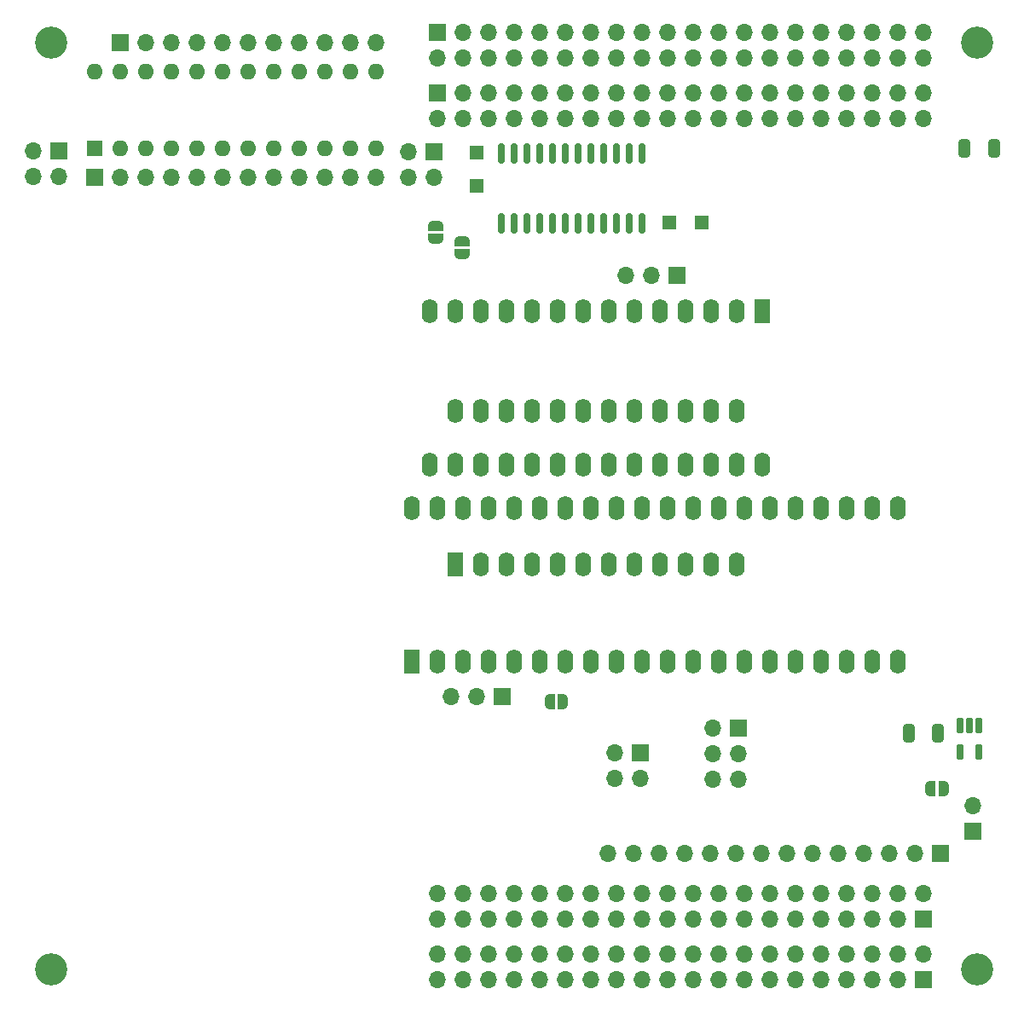
<source format=gbr>
%TF.GenerationSoftware,KiCad,Pcbnew,8.0.5-8.0.5-0~ubuntu22.04.1*%
%TF.CreationDate,2024-10-04T08:27:40+02:00*%
%TF.ProjectId,MOT_SerialBoard,4d4f545f-5365-4726-9961-6c426f617264,rev?*%
%TF.SameCoordinates,Original*%
%TF.FileFunction,Soldermask,Top*%
%TF.FilePolarity,Negative*%
%FSLAX46Y46*%
G04 Gerber Fmt 4.6, Leading zero omitted, Abs format (unit mm)*
G04 Created by KiCad (PCBNEW 8.0.5-8.0.5-0~ubuntu22.04.1) date 2024-10-04 08:27:40*
%MOMM*%
%LPD*%
G01*
G04 APERTURE LIST*
G04 Aperture macros list*
%AMRoundRect*
0 Rectangle with rounded corners*
0 $1 Rounding radius*
0 $2 $3 $4 $5 $6 $7 $8 $9 X,Y pos of 4 corners*
0 Add a 4 corners polygon primitive as box body*
4,1,4,$2,$3,$4,$5,$6,$7,$8,$9,$2,$3,0*
0 Add four circle primitives for the rounded corners*
1,1,$1+$1,$2,$3*
1,1,$1+$1,$4,$5*
1,1,$1+$1,$6,$7*
1,1,$1+$1,$8,$9*
0 Add four rect primitives between the rounded corners*
20,1,$1+$1,$2,$3,$4,$5,0*
20,1,$1+$1,$4,$5,$6,$7,0*
20,1,$1+$1,$6,$7,$8,$9,0*
20,1,$1+$1,$8,$9,$2,$3,0*%
%AMFreePoly0*
4,1,19,0.500000,-0.750000,0.000000,-0.750000,0.000000,-0.744911,-0.071157,-0.744911,-0.207708,-0.704816,-0.327430,-0.627875,-0.420627,-0.520320,-0.479746,-0.390866,-0.500000,-0.250000,-0.500000,0.250000,-0.479746,0.390866,-0.420627,0.520320,-0.327430,0.627875,-0.207708,0.704816,-0.071157,0.744911,0.000000,0.744911,0.000000,0.750000,0.500000,0.750000,0.500000,-0.750000,0.500000,-0.750000,
$1*%
%AMFreePoly1*
4,1,19,0.000000,0.744911,0.071157,0.744911,0.207708,0.704816,0.327430,0.627875,0.420627,0.520320,0.479746,0.390866,0.500000,0.250000,0.500000,-0.250000,0.479746,-0.390866,0.420627,-0.520320,0.327430,-0.627875,0.207708,-0.704816,0.071157,-0.744911,0.000000,-0.744911,0.000000,-0.750000,-0.500000,-0.750000,-0.500000,0.750000,0.000000,0.750000,0.000000,0.744911,0.000000,0.744911,
$1*%
G04 Aperture macros list end*
%ADD10R,1.700000X1.700000*%
%ADD11O,1.700000X1.700000*%
%ADD12R,1.600000X2.400000*%
%ADD13O,1.600000X2.400000*%
%ADD14RoundRect,0.250000X-0.325000X-0.650000X0.325000X-0.650000X0.325000X0.650000X-0.325000X0.650000X0*%
%ADD15RoundRect,0.162500X-0.162500X0.617500X-0.162500X-0.617500X0.162500X-0.617500X0.162500X0.617500X0*%
%ADD16FreePoly0,270.000000*%
%ADD17FreePoly1,270.000000*%
%ADD18R,1.350000X1.350000*%
%ADD19FreePoly0,180.000000*%
%ADD20FreePoly1,180.000000*%
%ADD21FreePoly0,0.000000*%
%ADD22FreePoly1,0.000000*%
%ADD23C,3.200000*%
%ADD24R,1.600000X1.600000*%
%ADD25O,1.600000X1.600000*%
%ADD26RoundRect,0.150000X0.150000X-0.837500X0.150000X0.837500X-0.150000X0.837500X-0.150000X-0.837500X0*%
%ADD27RoundRect,0.250000X0.325000X0.650000X-0.325000X0.650000X-0.325000X-0.650000X0.325000X-0.650000X0*%
G04 APERTURE END LIST*
D10*
%TO.C,J27*%
X112531000Y-124479000D03*
D11*
X109991000Y-124479000D03*
X112531000Y-127019000D03*
X109991000Y-127019000D03*
%TD*%
D10*
%TO.C,J30*%
X54750000Y-64760000D03*
D11*
X52210000Y-64760000D03*
X54750000Y-67300000D03*
X52210000Y-67300000D03*
%TD*%
D10*
%TO.C,J36*%
X60850000Y-53950000D03*
D11*
X63390000Y-53950000D03*
X65930000Y-53950000D03*
X68470000Y-53950000D03*
X71010000Y-53950000D03*
X73550000Y-53950000D03*
X76090000Y-53950000D03*
X78630000Y-53950000D03*
X81170000Y-53950000D03*
X83710000Y-53950000D03*
X86250000Y-53950000D03*
%TD*%
D10*
%TO.C,J1*%
X92367000Y-53000000D03*
D11*
X92367000Y-55540000D03*
X94907000Y-53000000D03*
X94907000Y-55540000D03*
X97447000Y-53000000D03*
X97447000Y-55540000D03*
X99987000Y-53000000D03*
X99987000Y-55540000D03*
X102527000Y-53000000D03*
X102527000Y-55540000D03*
X105067000Y-53000000D03*
X105067000Y-55540000D03*
X107607000Y-53000000D03*
X107607000Y-55540000D03*
X110147000Y-53000000D03*
X110147000Y-55540000D03*
X112687000Y-53000000D03*
X112687000Y-55540000D03*
X115227000Y-53000000D03*
X115227000Y-55540000D03*
X117767000Y-53000000D03*
X117767000Y-55540000D03*
X120307000Y-53000000D03*
X120307000Y-55540000D03*
X122847000Y-53000000D03*
X122847000Y-55540000D03*
X125387000Y-53000000D03*
X125387000Y-55540000D03*
X127927000Y-53000000D03*
X127927000Y-55540000D03*
X130467000Y-53000000D03*
X130467000Y-55540000D03*
X133007000Y-53000000D03*
X133007000Y-55540000D03*
X135547000Y-53000000D03*
X135547000Y-55540000D03*
X138087000Y-53000000D03*
X138087000Y-55540000D03*
X140627000Y-53000000D03*
X140627000Y-55540000D03*
%TD*%
D12*
%TO.C,U1*%
X124648000Y-80674800D03*
D13*
X122108000Y-80674800D03*
X119568000Y-80674800D03*
X117028000Y-80674800D03*
X114488000Y-80674800D03*
X111948000Y-80674800D03*
X109408000Y-80674800D03*
X106868000Y-80674800D03*
X104328000Y-80674800D03*
X101788000Y-80674800D03*
X99248000Y-80674800D03*
X96708000Y-80674800D03*
X94168000Y-80674800D03*
X91628000Y-80674800D03*
X91628000Y-95914800D03*
X94168000Y-95914800D03*
X96708000Y-95914800D03*
X99248000Y-95914800D03*
X101788000Y-95914800D03*
X104328000Y-95914800D03*
X106868000Y-95914800D03*
X109408000Y-95914800D03*
X111948000Y-95914800D03*
X114488000Y-95914800D03*
X117028000Y-95914800D03*
X119568000Y-95914800D03*
X122108000Y-95914800D03*
X124648000Y-95914800D03*
%TD*%
D14*
%TO.C,C3*%
X144725000Y-64500000D03*
X147675000Y-64500000D03*
%TD*%
D15*
%TO.C,U5*%
X146172000Y-121760000D03*
X145222000Y-121760000D03*
X144272000Y-121760000D03*
X144272000Y-124460000D03*
X146172000Y-124460000D03*
%TD*%
D16*
%TO.C,JP8*%
X94800000Y-73675000D03*
D17*
X94800000Y-74975000D03*
%TD*%
D10*
%TO.C,J4*%
X140627000Y-141000000D03*
D11*
X140627000Y-138460000D03*
X138087000Y-141000000D03*
X138087000Y-138460000D03*
X135547000Y-141000000D03*
X135547000Y-138460000D03*
X133007000Y-141000000D03*
X133007000Y-138460000D03*
X130467000Y-141000000D03*
X130467000Y-138460000D03*
X127927000Y-141000000D03*
X127927000Y-138460000D03*
X125387000Y-141000000D03*
X125387000Y-138460000D03*
X122847000Y-141000000D03*
X122847000Y-138460000D03*
X120307000Y-141000000D03*
X120307000Y-138460000D03*
X117767000Y-141000000D03*
X117767000Y-138460000D03*
X115227000Y-141000000D03*
X115227000Y-138460000D03*
X112687000Y-141000000D03*
X112687000Y-138460000D03*
X110147000Y-141000000D03*
X110147000Y-138460000D03*
X107607000Y-141000000D03*
X107607000Y-138460000D03*
X105067000Y-141000000D03*
X105067000Y-138460000D03*
X102527000Y-141000000D03*
X102527000Y-138460000D03*
X99987000Y-141000000D03*
X99987000Y-138460000D03*
X97447000Y-141000000D03*
X97447000Y-138460000D03*
X94907000Y-141000000D03*
X94907000Y-138460000D03*
X92367000Y-141000000D03*
X92367000Y-138460000D03*
%TD*%
D10*
%TO.C,J31*%
X92040000Y-64850000D03*
D11*
X89500000Y-64850000D03*
X92040000Y-67390000D03*
X89500000Y-67390000D03*
%TD*%
D10*
%TO.C,JP3*%
X98775000Y-118875000D03*
D11*
X96235000Y-118875000D03*
X93695000Y-118875000D03*
%TD*%
D10*
%TO.C,J29*%
X58360000Y-67325000D03*
D11*
X60900000Y-67325000D03*
X63440000Y-67325000D03*
X65980000Y-67325000D03*
X68520000Y-67325000D03*
X71060000Y-67325000D03*
X73600000Y-67325000D03*
X76140000Y-67325000D03*
X78680000Y-67325000D03*
X81220000Y-67325000D03*
X83760000Y-67325000D03*
X86300000Y-67325000D03*
%TD*%
D18*
%TO.C,J10*%
X96300000Y-68200000D03*
%TD*%
D10*
%TO.C,J6*%
X122250000Y-122020000D03*
D11*
X119710000Y-122020000D03*
X122250000Y-124560000D03*
X119710000Y-124560000D03*
X122250000Y-127100000D03*
X119710000Y-127100000D03*
%TD*%
D19*
%TO.C,JP4*%
X142625000Y-128050000D03*
D20*
X141325000Y-128050000D03*
%TD*%
D18*
%TO.C,J5*%
X96225000Y-64925000D03*
%TD*%
D10*
%TO.C,J26*%
X145517000Y-132314000D03*
D11*
X145517000Y-129774000D03*
%TD*%
D10*
%TO.C,J2*%
X140627000Y-147000000D03*
D11*
X140627000Y-144460000D03*
X138087000Y-147000000D03*
X138087000Y-144460000D03*
X135547000Y-147000000D03*
X135547000Y-144460000D03*
X133007000Y-147000000D03*
X133007000Y-144460000D03*
X130467000Y-147000000D03*
X130467000Y-144460000D03*
X127927000Y-147000000D03*
X127927000Y-144460000D03*
X125387000Y-147000000D03*
X125387000Y-144460000D03*
X122847000Y-147000000D03*
X122847000Y-144460000D03*
X120307000Y-147000000D03*
X120307000Y-144460000D03*
X117767000Y-147000000D03*
X117767000Y-144460000D03*
X115227000Y-147000000D03*
X115227000Y-144460000D03*
X112687000Y-147000000D03*
X112687000Y-144460000D03*
X110147000Y-147000000D03*
X110147000Y-144460000D03*
X107607000Y-147000000D03*
X107607000Y-144460000D03*
X105067000Y-147000000D03*
X105067000Y-144460000D03*
X102527000Y-147000000D03*
X102527000Y-144460000D03*
X99987000Y-147000000D03*
X99987000Y-144460000D03*
X97447000Y-147000000D03*
X97447000Y-144460000D03*
X94907000Y-147000000D03*
X94907000Y-144460000D03*
X92367000Y-147000000D03*
X92367000Y-144460000D03*
%TD*%
D21*
%TO.C,JP2*%
X103550000Y-119425000D03*
D22*
X104850000Y-119425000D03*
%TD*%
D12*
%TO.C,U3*%
X89855000Y-115477800D03*
D13*
X92395000Y-115477800D03*
X94935000Y-115477800D03*
X97475000Y-115477800D03*
X100015000Y-115477800D03*
X102555000Y-115477800D03*
X105095000Y-115477800D03*
X107635000Y-115477800D03*
X110175000Y-115477800D03*
X112715000Y-115477800D03*
X115255000Y-115477800D03*
X117795000Y-115477800D03*
X120335000Y-115477800D03*
X122875000Y-115477800D03*
X125415000Y-115477800D03*
X127955000Y-115477800D03*
X130495000Y-115477800D03*
X133035000Y-115477800D03*
X135575000Y-115477800D03*
X138115000Y-115477800D03*
X138115000Y-100237800D03*
X135575000Y-100237800D03*
X133035000Y-100237800D03*
X130495000Y-100237800D03*
X127955000Y-100237800D03*
X125415000Y-100237800D03*
X122875000Y-100237800D03*
X120335000Y-100237800D03*
X117795000Y-100237800D03*
X115255000Y-100237800D03*
X112715000Y-100237800D03*
X110175000Y-100237800D03*
X107635000Y-100237800D03*
X105095000Y-100237800D03*
X102555000Y-100237800D03*
X100015000Y-100237800D03*
X97475000Y-100237800D03*
X94935000Y-100237800D03*
X92395000Y-100237800D03*
X89855000Y-100237800D03*
%TD*%
D23*
%TO.C,H3*%
X146000000Y-54000000D03*
%TD*%
D10*
%TO.C,J11*%
X142325000Y-134525000D03*
D11*
X139785000Y-134525000D03*
X137245000Y-134525000D03*
X134705000Y-134525000D03*
X132165000Y-134525000D03*
X129625000Y-134525000D03*
X127085000Y-134525000D03*
X124545000Y-134525000D03*
X122005000Y-134525000D03*
X119465000Y-134525000D03*
X116925000Y-134525000D03*
X114385000Y-134525000D03*
X111845000Y-134525000D03*
X109305000Y-134525000D03*
%TD*%
D24*
%TO.C,J35*%
X58355000Y-64475000D03*
D25*
X60895000Y-64475000D03*
X63435000Y-64475000D03*
X65975000Y-64475000D03*
X68515000Y-64475000D03*
X71055000Y-64475000D03*
X73595000Y-64475000D03*
X76135000Y-64475000D03*
X78675000Y-64475000D03*
X81215000Y-64475000D03*
X83755000Y-64475000D03*
X86295000Y-64475000D03*
X86295000Y-56855000D03*
X83755000Y-56855000D03*
X81215000Y-56855000D03*
X78675000Y-56855000D03*
X76135000Y-56855000D03*
X73595000Y-56855000D03*
X71055000Y-56855000D03*
X68515000Y-56855000D03*
X65975000Y-56855000D03*
X63435000Y-56855000D03*
X60895000Y-56855000D03*
X58355000Y-56855000D03*
%TD*%
D10*
%TO.C,J3*%
X92367000Y-59000000D03*
D11*
X92367000Y-61540000D03*
X94907000Y-59000000D03*
X94907000Y-61540000D03*
X97447000Y-59000000D03*
X97447000Y-61540000D03*
X99987000Y-59000000D03*
X99987000Y-61540000D03*
X102527000Y-59000000D03*
X102527000Y-61540000D03*
X105067000Y-59000000D03*
X105067000Y-61540000D03*
X107607000Y-59000000D03*
X107607000Y-61540000D03*
X110147000Y-59000000D03*
X110147000Y-61540000D03*
X112687000Y-59000000D03*
X112687000Y-61540000D03*
X115227000Y-59000000D03*
X115227000Y-61540000D03*
X117767000Y-59000000D03*
X117767000Y-61540000D03*
X120307000Y-59000000D03*
X120307000Y-61540000D03*
X122847000Y-59000000D03*
X122847000Y-61540000D03*
X125387000Y-59000000D03*
X125387000Y-61540000D03*
X127927000Y-59000000D03*
X127927000Y-61540000D03*
X130467000Y-59000000D03*
X130467000Y-61540000D03*
X133007000Y-59000000D03*
X133007000Y-61540000D03*
X135547000Y-59000000D03*
X135547000Y-61540000D03*
X138087000Y-59000000D03*
X138087000Y-61540000D03*
X140627000Y-59000000D03*
X140627000Y-61540000D03*
%TD*%
D10*
%TO.C,JP1*%
X116125000Y-77125000D03*
D11*
X113585000Y-77125000D03*
X111045000Y-77125000D03*
%TD*%
D16*
%TO.C,JP9*%
X92200000Y-72150000D03*
D17*
X92200000Y-73450000D03*
%TD*%
D26*
%TO.C,U9*%
X98714717Y-71919580D03*
X99984717Y-71919580D03*
X101254717Y-71919580D03*
X102524717Y-71919580D03*
X103794717Y-71919580D03*
X105064717Y-71919580D03*
X106334717Y-71919580D03*
X107604717Y-71919580D03*
X108874717Y-71919580D03*
X110144717Y-71919580D03*
X111414717Y-71919580D03*
X112684717Y-71919580D03*
X112684717Y-64994580D03*
X111414717Y-64994580D03*
X110144717Y-64994580D03*
X108874717Y-64994580D03*
X107604717Y-64994580D03*
X106334717Y-64994580D03*
X105064717Y-64994580D03*
X103794717Y-64994580D03*
X102524717Y-64994580D03*
X101254717Y-64994580D03*
X99984717Y-64994580D03*
X98714717Y-64994580D03*
%TD*%
D23*
%TO.C,H1*%
X54000000Y-54000000D03*
%TD*%
%TO.C,H2*%
X54000000Y-146000000D03*
%TD*%
D27*
%TO.C,C7*%
X142100000Y-122525000D03*
X139150000Y-122525000D03*
%TD*%
D12*
%TO.C,U4*%
X94168000Y-105820800D03*
D13*
X96708000Y-105820800D03*
X99248000Y-105820800D03*
X101788000Y-105820800D03*
X104328000Y-105820800D03*
X106868000Y-105820800D03*
X109408000Y-105820800D03*
X111948000Y-105820800D03*
X114488000Y-105820800D03*
X117028000Y-105820800D03*
X119568000Y-105820800D03*
X122108000Y-105820800D03*
X122108000Y-90580800D03*
X119568000Y-90580800D03*
X117028000Y-90580800D03*
X114488000Y-90580800D03*
X111948000Y-90580800D03*
X109408000Y-90580800D03*
X106868000Y-90580800D03*
X104328000Y-90580800D03*
X101788000Y-90580800D03*
X99248000Y-90580800D03*
X96708000Y-90580800D03*
X94168000Y-90580800D03*
%TD*%
D23*
%TO.C,H4*%
X146000000Y-146000000D03*
%TD*%
D18*
%TO.C,J8*%
X115425000Y-71800000D03*
%TD*%
%TO.C,J9*%
X118625000Y-71800000D03*
%TD*%
M02*

</source>
